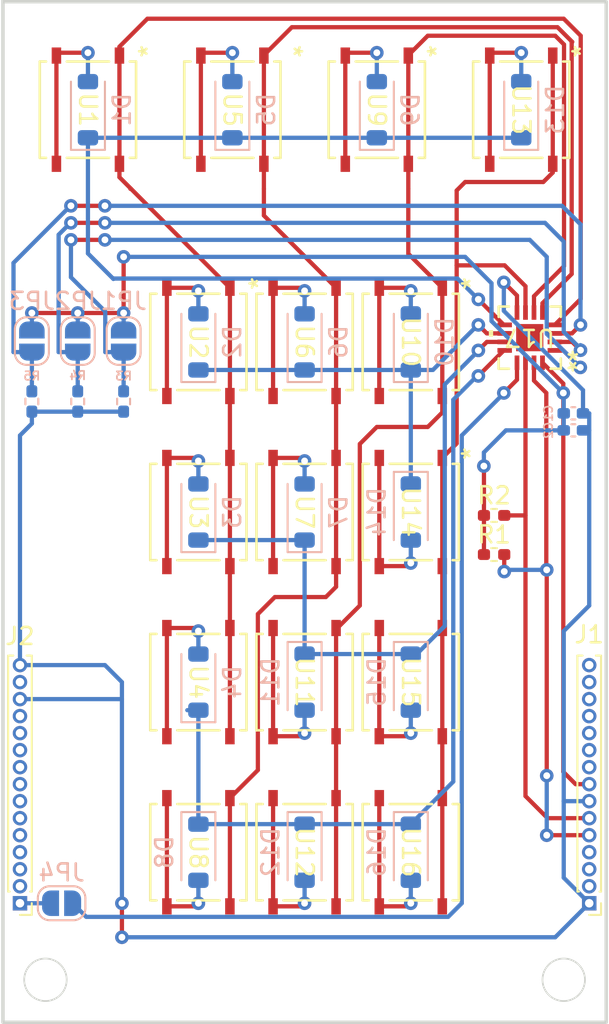
<source format=kicad_pcb>
(kicad_pcb (version 20240108) (generator "pcbnew") (generator_version "8.0")
  (title_block (title "T-TWR Keypad") (rev "V01") (comment 3 "License: CC BY 4.0") (comment 4 "Author: Karl Oelschlaeger"))
  (layers (0 "F.Cu" signal) (31 "B.Cu" signal) (34 "B.Paste" user) (35 "F.Paste" user) (36 "B.SilkS" user "B.Silkscreen") (37 "F.SilkS" user "F.Silkscreen") (38 "B.Mask" user) (39 "F.Mask" user) (44 "Edge.Cuts" user))
  (net 0 "")
  (net 1 "Net-(D1-A)")
  (net 2 "Net-(D2-A)")
  (net 3 "Net-(D3-A)")
  (net 4 "Net-(D4-A)")
  (net 5 "Net-(D8-A)")
  (net 6 "Net-(D9-A)")
  (net 7 "Net-(D10-A)")
  (net 8 "Net-(D11-A)")
  (net 9 "Net-(D12-A)")
  (net 10 "Net-(D13-A)")
  (net 11 "Net-(D14-A)")
  (net 12 "Net-(D15-A)")
  (net 13 "Net-(D16-A)")
  (net 14 "Net-(D5-A)")
  (net 15 "Net-(D6-A)")
  (net 16 "Net-(D7-A)")
  (net 28 "unconnected-(J1-Pin_9-Pad9)")
  (net 33 "+3.3V")
  (net 34 "GND")
  (net 35 "ROW_1")
  (net 36 "ROW_2")
  (net 37 "ROW_3")
  (net 38 "unconnected-(J1-Pin_2-Pad2)")
  (net 41 "/IO Expander/SDA")
  (net 42 "/IO Expander/SCL")
  (net 45 "Net-(J2-Pin_1)")
  (net 47 "/IO Expander/A0")
  (net 48 "/IO Expander/A1")
  (net 49 "/IO Expander/A2")
  (net 50 "/IO Expander/INT")
  (net 51 "COL_0")
  (net 52 "COL_1")
  (net 53 "COL_2")
  (net 54 "COL_3")
  (net 55 "ROW_0")
  (footprint "footprints:PTS526_SK15_SMTR2_LFS" (layer "F.Cu") (at 161.5 70 -90)
    (property "Reference" "U3")
    (property "Value" "PTS526 SK15 SMTR2 LFS" (hide yes))
  )
  (footprint "footprints:PTS526_SK15_SMTR2_LFS" (layer "F.Cu") (at 167.75 90 -90)
    (property "Reference" "U12")
    (property "Value" "PTS526 SK15 SMTR2 LFS" (hide yes))
  )
  (footprint "Resistor_SMD:R_0402_1005Metric_Pad0.72x0.64mm_HandSolder" (layer "F.Cu") (at 178.9025 72.5)
    (property "Reference" "R1")
    (property "Value" "10k" (hide yes))
  )
  (footprint "footprints:PTS526_SK15_SMTR2_LFS" (layer "F.Cu") (at 161.5 90 -90)
    (property "Reference" "U8")
    (property "Value" "PTS526 SK15 SMTR2 LFS" (hide yes))
  )
  (footprint "footprints:PTS526_SK15_SMTR2_LFS" (layer "F.Cu") (at 155 46.34865 -90)
    (property "Reference" "U1")
    (property "Value" "PTS526 SK15 SMTR2 LFS" (hide yes))
  )
  (footprint "footprints:PTS526_SK15_SMTR2_LFS" (layer "F.Cu") (at 174 70 -90)
    (property "Reference" "U14")
    (property "Value" "PTS526 SK15 SMTR2 LFS" (hide yes))
  )
  (footprint "footprints:PTS526_SK15_SMTR2_LFS" (layer "F.Cu") (at 180.5 46.34865 -90)
    (property "Reference" "U13")
    (property "Value" "PTS526 SK15 SMTR2 LFS" (hide yes))
  )
  (footprint "footprints:PTS526_SK15_SMTR2_LFS" (layer "F.Cu") (at 167.75 60 -90)
    (property "Reference" "U6")
    (property "Value" "PTS526 SK15 SMTR2 LFS" (hide yes))
  )
  (footprint "Connector_PinHeader_1.00mm:PinHeader_1x15_P1.00mm_Vertical" (layer "F.Cu") (at 151 93 180)
    (property "Reference" "J2")
    (property "Value" "Conn_01x15" (hide yes))
  )
  (footprint "Connector_PinHeader_1.00mm:PinHeader_1x15_P1.00mm_Vertical" (layer "F.Cu") (at 184.5 93 180)
    (property "Reference" "J1")
    (property "Value" "Conn_01x15" (hide yes))
  )
  (footprint "footprints:PTS526_SK15_SMTR2_LFS" (layer "F.Cu") (at 161.5 80 -90)
    (property "Reference" "U4")
    (property "Value" "PTS526 SK15 SMTR2 LFS" (hide yes))
  )
  (footprint "footprints:PTS526_SK15_SMTR2_LFS" (layer "F.Cu") (at 174 80 -90)
    (property "Reference" "U15")
    (property "Value" "PTS526 SK15 SMTR2 LFS" (hide yes))
  )
  (footprint "footprints:PTS526_SK15_SMTR2_LFS" (layer "F.Cu") (at 167.75 70 -90)
    (property "Reference" "U7")
    (property "Value" "PTS526 SK15 SMTR2 LFS" (hide yes))
  )
  (footprint "Resistor_SMD:R_0402_1005Metric_Pad0.72x0.64mm_HandSolder" (layer "F.Cu") (at 178.9025 70.2)
    (property "Reference" "R2")
    (property "Value" "10k" (hide yes))
  )
  (footprint "footprints:PTS526_SK15_SMTR2_LFS" (layer "F.Cu") (at 163.5 46.34865 -90)
    (property "Reference" "U5")
    (property "Value" "PTS526 SK15 SMTR2 LFS" (hide yes))
  )
  (footprint "footprints:PTS526_SK15_SMTR2_LFS" (layer "F.Cu") (at 172 46.34865 -90)
    (property "Reference" "U9")
    (property "Value" "PTS526 SK15 SMTR2 LFS" (hide yes))
  )
  (footprint "footprints:PTS526_SK15_SMTR2_LFS" (layer "F.Cu") (at 161.5 60 -90)
    (property "Reference" "U2")
    (property "Value" "PTS526 SK15 SMTR2 LFS" (hide yes))
  )
  (footprint "footprints:PTS526_SK15_SMTR2_LFS" (layer "F.Cu") (at 174 90 -90)
    (property "Reference" "U16")
    (property "Value" "PTS526 SK15 SMTR2 LFS" (hide yes))
  )
  (footprint "footprints:PTS526_SK15_SMTR2_LFS" (layer "F.Cu") (at 174 60 -90)
    (property "Reference" "U10")
    (property "Value" "PTS526 SK15 SMTR2 LFS" (hide yes))
  )
  (footprint "footprints:PCF8574RGTR" (layer "F.Cu") (at 181 59.750001 180)
    (property "Reference" "U17")
    (property "Value" "PCF8574DWR" (hide yes))
  )
  (footprint "footprints:PTS526_SK15_SMTR2_LFS" (layer "F.Cu") (at 167.75 80 -90)
    (property "Reference" "U11")
    (property "Value" "PTS526 SK15 SMTR2 LFS" (hide yes))
  )
  (footprint "Jumper:SolderJumper-2_P1.3mm_Open_RoundedPad1.0x1.5mm" (layer "B.Cu") (at 153.45 93 180)
    (property "Reference" "JP4")
    (property "Value" "SolderJumper_2_Open" (hide yes))
  )
  (footprint "Capacitor_SMD:C_0402_1005Metric_Pad0.74x0.62mm_HandSolder" (layer "B.Cu") (at 183.5675 64.2)
    (property "Reference" "C1")
    (property "Value" "10u" (hide yes))
  )
  (footprint "Diode_SMD:D_SOD-123" (layer "B.Cu") (at 161.5 60 90)
    (property "Reference" "D2")
    (property "Value" "1N4148W")
  )
  (footprint "Diode_SMD:D_SOD-123" (layer "B.Cu") (at 167.75 70 90)
    (property "Reference" "D7")
    (property "Value" "1N4148W")
  )
  (footprint "Jumper:SolderJumper-2_P1.3mm_Open_RoundedPad1.0x1.5mm" (layer "B.Cu") (at 151.7 59.95 -90)
    (property "Reference" "JP3")
    (property "Value" "SolderJumper_2_Open" (hide yes))
  )
  (footprint "Diode_SMD:D_SOD-123" (layer "B.Cu") (at 174 80 -90)
    (property "Reference" "D15")
    (property "Value" "1N4148W")
  )
  (footprint "Diode_SMD:D_SOD-123" (layer "B.Cu") (at 167.75 60 90)
    (property "Reference" "D6")
    (property "Value" "1N4148W")
  )
  (footprint "Jumper:SolderJumper-2_P1.3mm_Open_RoundedPad1.0x1.5mm" (layer "B.Cu") (at 157.1 59.95 -90)
    (property "Reference" "JP1")
    (property "Value" "SolderJumper_2_Open" (hide yes))
  )
  (footprint "Capacitor_SMD:C_0402_1005Metric_Pad0.74x0.62mm_HandSolder" (layer "B.Cu") (at 183.5675 65.2)
    (property "Reference" "C2")
    (property "Value" "0.1u" (hide yes))
  )
  (footprint "Diode_SMD:D_SOD-123" (layer "B.Cu") (at 174 90 -90)
    (property "Reference" "D16")
    (property "Value" "1N4148W")
  )
  (footprint "Resistor_SMD:R_0402_1005Metric_Pad0.72x0.64mm_HandSolder" (layer "B.Cu") (at 154.4 63.5025 -90)
    (property "Reference" "R4")
    (property "Value" "10k" (hide yes))
  )
  (footprint "Resistor_SMD:R_0402_1005Metric_Pad0.72x0.64mm_HandSolder" (layer "B.Cu") (at 151.7 63.5025 -90)
    (property "Reference" "R5")
    (property "Value" "10k" (hide yes))
  )
  (footprint "Diode_SMD:D_SOD-123" (layer "B.Cu") (at 174 60 90)
    (property "Reference" "D10")
    (property "Value" "1N4148W")
  )
  (footprint "Diode_SMD:D_SOD-123" (layer "B.Cu") (at 172 46.35 90)
    (property "Reference" "D9")
    (property "Value" "1N4148W")
  )
  (footprint "Diode_SMD:D_SOD-123" (layer "B.Cu") (at 180.5 46.35 90)
    (property "Reference" "D13")
    (property "Value" "1N4148W")
  )
  (footprint "Diode_SMD:D_SOD-123" (layer "B.Cu") (at 155 46.35 90)
    (property "Reference" "D1")
    (property "Value" "1N4148W")
  )
  (footprint "Diode_SMD:D_SOD-123" (layer "B.Cu") (at 161.5 80 90)
    (property "Reference" "D4")
    (property "Value" "1N4148W")
  )
  (footprint "Diode_SMD:D_SOD-123" (layer "B.Cu") (at 161.5 70 90)
    (property "Reference" "D3")
    (property "Value" "1N4148W")
  )
  (footprint "Resistor_SMD:R_0402_1005Metric_Pad0.72x0.64mm_HandSolder" (layer "B.Cu") (at 157.1 63.5025 -90)
    (property "Reference" "R3")
    (property "Value" "10k" (hide yes))
  )
  (footprint "Diode_SMD:D_SOD-123" (layer "B.Cu") (at 167.75 90 -90)
    (property "Reference" "D12")
    (property "Value" "1N4148W")
  )
  (footprint "Jumper:SolderJumper-2_P1.3mm_Open_RoundedPad1.0x1.5mm" (layer "B.Cu") (at 154.4 59.95 -90)
    (property "Reference" "JP2")
    (property "Value" "SolderJumper_2_Open" (hide yes))
  )
  (footprint "Diode_SMD:D_SOD-123" (layer "B.Cu") (at 163.5 46.35 90)
    (property "Reference" "D5")
    (property "Value" "1N4148W")
  )
  (footprint "Diode_SMD:D_SOD-123" (layer "B.Cu") (at 167.75 80 -90)
    (property "Reference" "D11")
    (property "Value" "1N4148W")
  )
  (footprint "Diode_SMD:D_SOD-123" (layer "B.Cu") (at 161.5 90 -90)
    (property "Reference" "D8")
    (property "Value" "1N4148W")
  )
  (footprint "Diode_SMD:D_SOD-123" (layer "B.Cu") (at 174 70 -90)
    (property "Reference" "D14")
    (property "Value" "1N4148W")
  )
  (gr_circle (center 152.5 97.5) (end 153.75 97.5) (stroke (width 0.1)) (fill none) (layer "Edge.Cuts"))
  (gr_rect (start 150 40) (end 185.5 100) (stroke (width 0.2)) (fill none) (layer "Edge.Cuts"))
  (gr_circle (center 183 97.5) (end 184.25 97.5) (stroke (width 0.1)) (fill none) (layer "Edge.Cuts"))
  (segment (start 153.3131 43) (end 153.1458 43.1673) (width 0.25) (layer "F.Cu") (net 1))
  (segment (start 153.1458 49.53) (end 153.1458 43.1673) (width 0.25) (layer "F.Cu") (net 1))
  (segment (start 155 43) (end 153.3131 43) (width 0.25) (layer "F.Cu") (net 1))
  (via (at 155 43) (size 0.8) (drill 0.4) (layers "F.Cu" "B.Cu") (net 1))
  (segment (start 155 44.7) (end 155 43) (width 0.25) (layer "B.Cu") (net 1))
  (segment (start 159.6458 56.81865) (end 159.6458 63.18135) (width 0.25) (layer "F.Cu") (net 2))
  (segment (start 159.6458 56.81865) (end 161.31865 56.81865) (width 0.25) (layer "F.Cu") (net 2))
  (segment (start 161.31865 56.81865) (end 161.5 57) (width 0.25) (layer "F.Cu") (net 2))
  (via (at 161.5 57) (size 0.8) (drill 0.4) (layers "F.Cu" "B.Cu") (net 2))
  (segment (start 161.5 58.35) (end 161.5 57) (width 0.25) (layer "B.Cu") (net 2))
  (segment (start 159.6458 66.81865) (end 159.6458 73.18135) (width 0.25) (layer "F.Cu") (net 3))
  (segment (start 161.31865 66.81865) (end 161.5 67) (width 0.25) (layer "F.Cu") (net 3))
  (segment (start 159.6458 66.81865) (end 161.31865 66.81865) (width 0.25) (layer "F.Cu") (net 3))
  (via (at 161.5 67) (size 0.8) (drill 0.4) (layers "F.Cu" "B.Cu") (net 3))
  (segment (start 161.5 68.35) (end 161.35 68.35) (width 0.25) (layer "B.Cu") (net 3))
  (segment (start 161.5 68.35) (end 161.5 67) (width 0.25) (layer "B.Cu") (net 3))
  (segment (start 159.6458 76.81865) (end 161.31865 76.81865) (width 0.25) (layer "F.Cu") (net 4))
  (segment (start 159.6458 76.81865) (end 159.6458 83.18135) (width 0.25) (layer "F.Cu") (net 4))
  (segment (start 161.31865 76.81865) (end 161.5 77) (width 0.25) (layer "F.Cu") (net 4))
  (via (at 161.5 77) (size 0.8) (drill 0.4) (layers "F.Cu" "B.Cu") (net 4))
  (segment (start 161.5 78.35) (end 161.5 77) (width 0.25) (layer "B.Cu") (net 4))
  (segment (start 159.6458 86.81865) (end 159.6458 93.18135) (width 0.25) (layer "F.Cu") (net 5))
  (segment (start 159.6458 93.18135) (end 161.31865 93.18135) (width 0.25) (layer "F.Cu") (net 5))
  (segment (start 161.31865 93.18135) (end 161.5 93) (width 0.25) (layer "F.Cu") (net 5))
  (via (at 161.5 93) (size 0.8) (drill 0.4) (layers "F.Cu" "B.Cu") (net 5))
  (segment (start 161.5 91.65) (end 161.5 93) (width 0.25) (layer "B.Cu") (net 5))
  (segment (start 161.15 91.65) (end 161.5 91.65) (width 0.25) (layer "B.Cu") (net 5))
  (segment (start 170.1458 49.53) (end 170.1458 43.1673) (width 0.25) (layer "F.Cu") (net 6))
  (segment (start 172 43) (end 170.3131 43) (width 0.25) (layer "F.Cu") (net 6))
  (segment (start 170.3131 43) (end 170.1458 43.1673) (width 0.25) (layer "F.Cu") (net 6))
  (via (at 172 43) (size 0.8) (drill 0.4) (layers "F.Cu" "B.Cu") (net 6))
  (segment (start 172 44.7) (end 172 43) (width 0.25) (layer "B.Cu") (net 6))
  (segment (start 172.1458 56.81865) (end 173.81865 56.81865) (width 0.25) (layer "F.Cu") (net 7))
  (segment (start 173.81865 56.81865) (end 174 57) (width 0.25) (layer "F.Cu") (net 7))
  (segment (start 172.1458 56.81865) (end 172.1458 63.18135) (width 0.25) (layer "F.Cu") (net 7))
  (via (at 174 57) (size 0.8) (drill 0.4) (layers "F.Cu" "B.Cu") (net 7))
  (segment (start 174 58.35) (end 174 57) (width 0.25) (layer "B.Cu") (net 7))
  (segment (start 165.8958 76.81865) (end 165.8958 83.18135) (width 0.25) (layer "F.Cu") (net 8))
  (segment (start 165.8958 83.18135) (end 167.56865 83.18135) (width 0.25) (layer "F.Cu") (net 8))
  (segment (start 167.56865 83.18135) (end 167.75 83) (width 0.25) (layer "F.Cu") (net 8))
  (via (at 167.75 83) (size 0.8) (drill 0.4) (layers "F.Cu" "B.Cu") (net 8))
  (segment (start 167.75 81.65) (end 167.75 83) (width 0.25) (layer "B.Cu") (net 8))
  (segment (start 167.56865 93.18135) (end 167.75 93) (width 0.25) (layer "F.Cu") (net 9))
  (segment (start 165.8958 86.81865) (end 165.8958 93.18135) (width 0.25) (layer "F.Cu") (net 9))
  (segment (start 165.8958 93.18135) (end 167.56865 93.18135) (width 0.25) (layer "F.Cu") (net 9))
  (via (at 167.75 93) (size 0.8) (drill 0.4) (layers "F.Cu" "B.Cu") (net 9))
  (segment (start 167.75 91.65) (end 167.75 93) (width 0.25) (layer "B.Cu") (net 9))
  (segment (start 178.8131 43) (end 178.6458 43.1673) (width 0.25) (layer "F.Cu") (net 10))
  (segment (start 180.5 43) (end 178.8131 43) (width 0.25) (layer "F.Cu") (net 10))
  (segment (start 178.6458 49.53) (end 178.6458 43.1673) (width 0.25) (layer "F.Cu") (net 10))
  (via (at 180.5 43) (size 0.8) (drill 0.4) (layers "F.Cu" "B.Cu") (net 10))
  (segment (start 180.5 44.7) (end 180.5 43) (width 0.25) (layer "B.Cu") (net 10))
  (segment (start 172.1458 66.81865) (end 172.1458 73.18135) (width 0.25) (layer "F.Cu") (net 11))
  (segment (start 172.1458 73.18135) (end 173.81865 73.18135) (width 0.25) (layer "F.Cu") (net 11))
  (segment (start 173.81865 73.18135) (end 174 73) (width 0.25) (layer "F.Cu") (net 11))
  (via (at 174 73) (size 0.8) (drill 0.4) (layers "F.Cu" "B.Cu") (net 11))
  (segment (start 174 71.65) (end 174 73) (width 0.25) (layer "B.Cu") (net 11))
  (segment (start 173.81865 83.18135) (end 174 83) (width 0.25) (layer "F.Cu") (net 12))
  (segment (start 172.1458 76.81865) (end 172.1458 83.18135) (width 0.25) (layer "F.Cu") (net 12))
  (segment (start 172.1458 83.18135) (end 173.81865 83.18135) (width 0.25) (layer "F.Cu") (net 12))
  (via (at 174 83) (size 0.8) (drill 0.4) (layers "F.Cu" "B.Cu") (net 12))
  (segment (start 174 81.65) (end 174 83) (width 0.25) (layer "B.Cu") (net 12))
  (segment (start 172.1458 93.18135) (end 173.81865 93.18135) (width 0.25) (layer "F.Cu") (net 13))
  (segment (start 172.1458 86.81865) (end 172.1458 93.18135) (width 0.25) (layer "F.Cu") (net 13))
  (segment (start 173.81865 93.18135) (end 174 93) (width 0.25) (layer "F.Cu") (net 13))
  (via (at 174 93) (size 0.8) (drill 0.4) (layers "F.Cu" "B.Cu") (net 13))
  (segment (start 174 91.65) (end 174 93) (width 0.25) (layer "B.Cu") (net 13))
  (segment (start 163.5 43) (end 161.8131 43) (width 0.25) (layer "F.Cu") (net 14))
  (segment (start 161.8131 43) (end 161.6458 43.1673) (width 0.25) (layer "F.Cu") (net 14))
  (segment (start 161.6458 49.53) (end 161.6458 43.1673) (width 0.25) (layer "F.Cu") (net 14))
  (via (at 163.5 43) (size 0.8) (drill 0.4) (layers "F.Cu" "B.Cu") (net 14))
  (segment (start 163.5 44.7) (end 163.5 43) (width 0.25) (layer "B.Cu") (net 14))
  (segment (start 167.56865 56.81865) (end 167.75 57) (width 0.25) (layer "F.Cu") (net 15))
  (segment (start 165.8958 56.81865) (end 165.8958 63.18135) (width 0.25) (layer "F.Cu") (net 15))
  (segment (start 165.8958 56.81865) (end 167.56865 56.81865) (width 0.25) (layer "F.Cu") (net 15))
  (via (at 167.75 57) (size 0.8) (drill 0.4) (layers "F.Cu" "B.Cu") (net 15))
  (segment (start 167.75 58.35) (end 167.75 57) (width 0.25) (layer "B.Cu") (net 15))
  (segment (start 165.8958 66.81865) (end 167.56865 66.81865) (width 0.25) (layer "F.Cu") (net 16))
  (segment (start 167.56865 66.81865) (end 167.75 67) (width 0.25) (layer "F.Cu") (net 16))
  (segment (start 165.8958 66.81865) (end 165.8958 73.18135) (width 0.25) (layer "F.Cu") (net 16))
  (via (at 167.75 67) (size 0.8) (drill 0.4) (layers "F.Cu" "B.Cu") (net 16))
  (segment (start 167.75 68.35) (end 167.75 67) (width 0.25) (layer "B.Cu") (net 16))
  (segment (start 184.4 85) (end 184.5 85) (width 0.25) (layer "F.Cu") (net 28))
  (segment (start 182.975001 85.275001) (end 182.975001 63) (width 0.25) (layer "F.Cu") (net 33))
  (segment (start 178.3 67.3) (end 178.5025 67.0975) (width 0.25) (layer "F.Cu") (net 33))
  (segment (start 157.1 58.3) (end 157.1 55) (width 0.25) (layer "F.Cu") (net 33))
  (segment (start 178.305 70.2) (end 178.305 72.5) (width 0.25) (layer "F.Cu") (net 33))
  (segment (start 157.1 58.3) (end 154.4 58.3) (width 0.25) (layer "F.Cu") (net 33))
  (segment (start 182.975001 62.449814) (end 181.750189 61.225002) (width 0.25) (layer "F.Cu") (net 33))
  (segment (start 184.5 86) (end 183.7 86) (width 0.25) (layer "F.Cu") (net 33))
  (segment (start 178.305 70.2) (end 178.305 67.305) (width 0.25) (layer "F.Cu") (net 33))
  (segment (start 178.305 67.305) (end 178.3 67.3) (width 0.25) (layer "F.Cu") (net 33))
  (segment (start 154.4 58.3) (end 151.7 58.3) (width 0.25) (layer "F.Cu") (net 33))
  (segment (start 182.975001 63) (end 182.975001 62.449814) (width 0.25) (layer "F.Cu") (net 33))
  (segment (start 183.7 86) (end 182.975001 85.275001) (width 0.25) (layer "F.Cu") (net 33))
  (via (at 157.1 55) (size 0.8) (drill 0.4) (layers "F.Cu" "B.Cu") (net 33))
  (via (at 178.3 67.3) (size 0.8) (drill 0.4) (layers "F.Cu" "B.Cu") (net 33))
  (via (at 151.7 58.3) (size 0.8) (drill 0.4) (layers "F.Cu" "B.Cu") (net 33))
  (via (at 182.975001 63) (size 0.8) (drill 0.4) (layers "F.Cu" "B.Cu") (net 33))
  (via (at 154.4 58.3) (size 0.8) (drill 0.4) (layers "F.Cu" "B.Cu") (net 33))
  (via (at 157.1 58.3) (size 0.8) (drill 0.4) (layers "F.Cu" "B.Cu") (net 33))
  (segment (start 179.6 65.2) (end 183 65.2) (width 0.25) (layer "B.Cu") (net 33))
  (segment (start 157.1 55) (end 177.2 55) (width 0.25) (layer "B.Cu") (net 33))
  (segment (start 183 63.024999) (end 182.975001 63) (width 0.25) (layer "B.Cu") (net 33))
  (segment (start 154.4 59.3) (end 154.4 58.3) (width 0.25) (layer "B.Cu") (net 33))
  (segment (start 178.3 66.5) (end 179.6 65.2) (width 0.25) (layer "B.Cu") (net 33))
  (segment (start 177.2 55) (end 178.750001 56.550001) (width 0.25) (layer "B.Cu") (net 33))
  (segment (start 157.1 59.3) (end 157.1 58.3) (width 0.25) (layer "B.Cu") (net 33))
  (segment (start 178.750001 56.550001) (end 178.750001 58.775) (width 0.25) (layer "B.Cu") (net 33))
  (segment (start 183 65.2) (end 183 64.2) (width 0.25) (layer "B.Cu") (net 33))
  (segment (start 178.3 67.3) (end 178.3 66.5) (width 0.25) (layer "B.Cu") (net 33))
  (segment (start 178.750001 58.775) (end 182.975001 63) (width 0.25) (layer "B.Cu") (net 33))
  (segment (start 151.7 59.3) (end 151.7 58.3) (width 0.25) (layer "B.Cu") (net 33))
  (segment (start 183 64.2) (end 183 63.024999) (width 0.25) (layer "B.Cu") (net 33))
  (segment (start 180.249811 58.275) (end 180.249811 57.27481) (width 0.25) (layer "F.Cu") (net 34))
  (segment (start 157 95) (end 157 93) (width 0.25) (layer "F.Cu") (net 34))
  (segment (start 180.249811 57.27481) (end 179.475001 56.5) (width 0.25) (layer "F.Cu") (net 34))
  (via (at 157 93) (size 0.8) (drill 0.4) (layers "F.Cu" "B.Cu") (net 34))
  (via (at 157 95) (size 0.8) (drill 0.4) (layers "F.Cu" "B.Cu") (net 34))
  (via (at 179.475001 56.5) (size 0.8) (drill 0.4) (layers "F.Cu" "B.Cu") (net 34))
  (segment (start 151.7 64.8) (end 151 65.5) (width 0.25) (layer "B.Cu") (net 34))
  (segment (start 151 81) (end 157 81) (width 0.25) (layer "B.Cu") (net 34))
  (segment (start 184.5 75.5) (end 183 77) (width 0.25) (layer "B.Cu") (net 34))
  (segment (start 151 65.5) (end 151 79) (width 0.25) (layer "B.Cu") (net 34))
  (segment (start 184.135 65.2) (end 184.5 65.2) (width 0.25) (layer "B.Cu") (net 34))
  (segment (start 183 87) (end 183 91.5) (width 0.25) (layer "B.Cu") (net 34))
  (segment (start 182.5 95) (end 157 95) (width 0.25) (layer "B.Cu") (net 34))
  (segment (start 184.135 62.835) (end 179.475001 58.175001) (width 0.25) (layer "B.Cu") (net 34))
  (segment (start 157 81) (end 157 80) (width 0.25) (layer "B.Cu") (net 34))
  (segment (start 184.5 65.2) (end 184.5 75.5) (width 0.25) (layer "B.Cu") (net 34))
  (segment (start 157 93) (end 157 81) (width 0.25) (layer "B.Cu") (net 34))
  (segment (start 154.4 64.1) (end 151.7 64.1) (width 0.25) (layer "B.Cu") (net 34))
  (segment (start 184.5 93) (end 182.5 95) (width 0.25) (layer "B.Cu") (net 34))
  (segment (start 183 77) (end 183 87) (width 0.25) (layer "B.Cu") (net 34))
  (segment (start 157 80) (end 156 79) (width 0.25) (layer "B.Cu") (net 34))
  (segment (start 151.7 64.1) (end 151.7 64.8) (width 0.25) (layer "B.Cu") (net 34))
  (segment (start 184.5 87) (end 183 87) (width 0.25) (layer "B.Cu") (net 34))
  (segment (start 184.135 64.2) (end 184.135 62.835) (width 0.25) (layer "B.Cu") (net 34))
  (segment (start 179.475001 58.175001) (end 179.475001 56.5) (width 0.25) (layer "B.Cu") (net 34))
  (segment (start 184.135 64.2) (end 184.5 64.2) (width 0.25) (layer "B.Cu") (net 34))
  (segment (start 184.5 65.2) (end 184.5 64.2) (width 0.25) (layer "B.Cu") (net 34))
  (segment (start 157.1 64.1) (end 154.4 64.1) (width 0.25) (layer "B.Cu") (net 34))
  (segment (start 183 91.5) (end 184.5 93) (width 0.25) (layer "B.Cu") (net 34))
  (segment (start 156 79) (end 151 79) (width 0.25) (layer "B.Cu") (net 34))
  (segment (start 179.524999 59.500001) (end 178.475002 59.500001) (width 0.25) (layer "F.Cu") (net 35))
  (segment (start 178.475002 59.500001) (end 177.975001 59) (width 0.25) (layer "F.Cu") (net 35))
  (via (at 177.975001 59) (size 0.8) (drill 0.4) (layers "F.Cu" "B.Cu") (net 35))
  (segment (start 174 61.65) (end 167.75 61.65) (width 0.25) (layer "B.Cu") (net 35))
  (segment (start 174 61.65) (end 175.1 61.65) (width 0.25) (layer "B.Cu") (net 35))
  (segment (start 175.3 61.65) (end 175.1 61.65) (width 0.25) (layer "B.Cu") (net 35))
  (segment (start 167.75 61.65) (end 161.5 61.65) (width 0.25) (layer "B.Cu") (net 35))
  (segment (start 177.95 59) (end 175.3 61.65) (width 0.25) (layer "B.Cu") (net 35))
  (segment (start 177.975001 59) (end 177.95 59) (width 0.25) (layer "B.Cu") (net 35))
  (segment (start 174 68.35) (end 174 61.65) (width 0.25) (layer "B.Cu") (net 35))
  (segment (start 179.524999 60.000001) (end 178.475 60.000001) (width 0.25) (layer "F.Cu") (net 36))
  (segment (start 178.475 60.000001) (end 177.975001 60.5) (width 0.25) (layer "F.Cu") (net 36))
  (via (at 177.975001 60.5) (size 0.8) (drill 0.4) (layers "F.Cu" "B.Cu") (net 36))
  (segment (start 176 62.5) (end 176 76.7) (width 0.25) (layer "B.Cu") (net 36))
  (segment (start 177.975001 60.524999) (end 176 62.5) (width 0.25) (layer "B.Cu") (net 36))
  (segment (start 167.75 71.65) (end 161.5 71.65) (width 0.25) (layer "B.Cu") (net 36))
  (segment (start 177.975001 60.5) (end 177.975001 60.524999) (width 0.25) (layer "B.Cu") (net 36))
  (segment (start 167.75 71.65) (end 167.75 78.35) (width 0.25) (layer "B.Cu") (net 36))
  (segment (start 174.35 78.35) (end 174 78.35) (width 0.25) (layer "B.Cu") (net 36))
  (segment (start 167.75 78.35) (end 174 78.35) (width 0.25) (layer "B.Cu") (net 36))
  (segment (start 176 76.7) (end 174.35 78.35) (width 0.25) (layer "B.Cu") (net 36))
  (segment (start 179.474999 60.500002) (end 177.975001 62) (width 0.25) (layer "F.Cu") (net 37))
  (segment (start 179.524999 60.500002) (end 179.474999 60.500002) (width 0.25) (layer "F.Cu") (net 37))
  (via (at 177.975001 62) (size 0.8) (drill 0.4) (layers "F.Cu" "B.Cu") (net 37))
  (segment (start 161.5 88.35) (end 167.75 88.35) (width 0.25) (layer "B.Cu") (net 37))
  (segment (start 177.9 62) (end 176.5 63.4) (width 0.25) (layer "B.Cu") (net 37))
  (segment (start 161.5 81.65) (end 161.5 88.35) (width 0.25) (layer "B.Cu") (net 37))
  (segment (start 176.5 63.4) (end 176.5 85.85) (width 0.25) (layer "B.Cu") (net 37))
  (segment (start 167.75 88.35) (end 174 88.35) (width 0.25) (layer "B.Cu") (net 37))
  (segment (start 177.975001 62) (end 177.9 62) (width 0.25) (layer "B.Cu") (net 37))
  (segment (start 161.5 81.65) (end 160.85 81.65) (width 0.25) (layer "B.Cu") (net 37))
  (segment (start 176.5 85.85) (end 174 88.35) (width 0.25) (layer "B.Cu") (net 37))
  (segment (start 184.5 92) (end 184.439339 92) (width 0.25) (layer "B.Cu") (net 38))
  (segment (start 181.975001 63) (end 181.975001 73.375001) (width 0.25) (layer "F.Cu") (net 41))
  (segment (start 182 89) (end 184.5 89) (width 0.25) (layer "F.Cu") (net 41))
  (segment (start 179.5 72.5) (end 179.5 73.5) (width 0.25) (layer "F.Cu") (net 41))
  (segment (start 182 85.5) (end 182 73.4) (width 0.25) (layer "F.Cu") (net 41))
  (segment (start 181.975001 73.375001) (end 182 73.4) (width 0.25) (layer "F.Cu") (net 41))
  (segment (start 181.250063 62.275062) (end 181.250063 61.225002) (width 0.25) (layer "F.Cu") (net 41))
  (segment (start 181.975001 63) (end 181.250063 62.275062) (width 0.25) (layer "F.Cu") (net 41))
  (via (at 182 73.4) (size 0.8) (drill 0.4) (layers "F.Cu" "B.Cu") (net 41))
  (via (at 179.5 73.5) (size 0.8) (drill 0.4) (layers "F.Cu" "B.Cu") (net 41))
  (via (at 182 85.5) (size 0.8) (drill 0.4) (layers "F.Cu" "B.Cu") (net 41))
  (via (at 182 89) (size 0.8) (drill 0.4) (layers "F.Cu" "B.Cu") (net 41))
  (segment (start 179.6 73.4) (end 179.5 73.5) (width 0.25) (layer "B.Cu") (net 41))
  (segment (start 182 73.4) (end 179.6 73.4) (width 0.25) (layer "B.Cu") (net 41))
  (segment (start 182 89) (end 182 85.5) (width 0.25) (layer "B.Cu") (net 41))
  (segment (start 184.5 88) (end 182.049937 88) (width 0.25) (layer "F.Cu") (net 42))
  (segment (start 180.749937 70.2) (end 180.749937 86.7) (width 0.25) (layer "F.Cu") (net 42))
  (segment (start 179.5 70.2) (end 180.749937 70.2) (width 0.25) (layer "F.Cu") (net 42))
  (segment (start 180.749937 61.225002) (end 180.749937 70.2) (width 0.25) (layer "F.Cu") (net 42))
  (segment (start 182.049937 88) (end 180.749937 86.7) (width 0.25) (layer "F.Cu") (net 42))
  (segment (start 152.8 93) (end 151 93) (width 0.25) (layer "B.Cu") (net 45))
  (segment (start 156 54) (end 154 54) (width 0.25) (layer "F.Cu") (net 47))
  (segment (start 182.975003 60.500002) (end 182.475001 60.500002) (width 0.25) (layer "F.Cu") (net 47))
  (segment (start 183.975001 61.5) (end 182.975003 60.500002) (width 0.25) (layer "F.Cu") (net 47))
  (via (at 154 54) (size 0.8) (drill 0.4) (layers "F.Cu" "B.Cu") (net 47))
  (via (at 183.975001 61.5) (size 0.8) (drill 0.4) (layers "F.Cu" "B.Cu") (net 47))
  (via (at 156 54) (size 0.8) (drill 0.4) (layers "F.Cu" "B.Cu") (net 47))
  (segment (start 154 56.2) (end 156.02 58.22) (width 0.25) (layer "B.Cu") (net 47))
  (segment (start 157.1 63.0025) (end 157.1 60.6) (width 0.25) (layer "B.Cu") (net 47))
  (segment (start 182 59.524999) (end 182 55) (width 0.25) (layer "B.Cu") (net 47))
  (segment (start 154 54) (end 154 56.2) (width 0.25) (layer "B.Cu") (net 47))
  (segment (start 182 55) (end 181 54) (width 0.25) (layer "B.Cu") (net 47))
  (segment (start 156.02 58.22) (end 156.02 60.6) (width 0.25) (layer "B.Cu") (net 47))
  (segment (start 157.1 60.6) (end 156.02 60.6) (width 0.25) (layer "B.Cu") (net 47))
  (segment (start 181 54) (end 156 54) (width 0.25) (layer "B.Cu") (net 47))
  (segment (start 183.975001 61.5) (end 182 59.524999) (width 0.25) (layer "B.Cu") (net 47))
  (segment (start 183.987654 60.487347) (end 183.500308 60.000001) (width 0.25) (layer "F.Cu") (net 48))
  (segment (start 183.500308 60.000001) (end 182.475001 60.000001) (width 0.25) (layer "F.Cu") (net 48))
  (segment (start 156 53) (end 154 53) (width 0.25) (layer "F.Cu") (net 48))
  (via (at 154 53) (size 0.8) (drill 0.4) (layers "F.Cu" "B.Cu") (net 48))
  (via (at 183.987654 60.487347) (size 0.8) (drill 0.4) (layers "F.Cu" "B.Cu") (net 48))
  (via (at 156 53) (size 0.8) (drill 0.4) (layers "F.Cu" "B.Cu") (net 48))
  (segment (start 183.987654 60.487347) (end 183.987654 60.4) (width 0.25) (layer "B.Cu") (net 48))
  (segment (start 183.987654 60.4) (end 183 59.412346) (width 0.25) (layer "B.Cu") (net 48))
  (segment (start 154.4 63.005) (end 154.4 60.6) (width 0.25) (layer "B.Cu") (net 48))
  (segment (start 153.974695 53) (end 153.275 53.699695) (width 0.25) (layer "B.Cu") (net 48))
  (segment (start 183.987654 60.187654) (end 183.987654 60.487347) (width 0.25) (layer "B.Cu") (net 48))
  (segment (start 154 53) (end 153.974695 53) (width 0.25) (layer "B.Cu") (net 48))
  (segment (start 183 54.1) (end 181.9 53) (width 0.25) (layer "B.Cu") (net 48))
  (segment (start 181.9 53) (end 156 53) (width 0.25) (layer "B.Cu") (net 48))
  (segment (start 153.275 53.699695) (end 153.275 60.6) (width 0.25) (layer "B.Cu") (net 48))
  (segment (start 154.4 60.6) (end 153.275 60.6) (width 0.25) (layer "B.Cu") (net 48))
  (segment (start 183 59.412346) (end 183 54.1) (width 0.25) (layer "B.Cu") (net 48))
  (segment (start 183.487653 59.500001) (end 182.475001 59.500001) (width 0.25) (layer "F.Cu") (net 49))
  (segment (start 156 52) (end 154 52) (width 0.25) (layer "F.Cu") (net 49))
  (segment (start 183.987654 59) (end 183.487653 59.500001) (width 0.25) (layer "F.Cu") (net 49))
  (via (at 183.987654 59) (size 0.8) (drill 0.4) (layers "F.Cu" "B.Cu") (net 49))
  (via (at 156 52) (size 0.8) (drill 0.4) (layers "F.Cu" "B.Cu") (net 49))
  (via (at 154 52) (size 0.8) (drill 0.4) (layers "F.Cu" "B.Cu") (net 49))
  (segment (start 153.974695 52) (end 150.62 55.354695) (width 0.25) (layer "B.Cu") (net 49))
  (segment (start 183.987654 53.112346) (end 183.987654 59) (width 0.25) (layer "B.Cu") (net 49))
  (segment (start 150.62 55.354695) (end 150.62 60.6) (width 0.25) (layer "B.Cu") (net 49))
  (segment (start 156 52) (end 182.9 52) (width 0.25) (layer "B.Cu") (net 49))
  (segment (start 182.9 52) (end 184 53.1) (width 0.25) (layer "B.Cu") (net 49))
  (segment (start 151.7 62.905) (end 151.7 60.6) (width 0.25) (layer "B.Cu") (net 49))
  (segment (start 184 53.1) (end 183.987654 53.112346) (width 0.25) (layer "B.Cu") (net 49))
  (segment (start 154 52) (end 153.974695 52) (width 0.25) (layer "B.Cu") (net 49))
  (segment (start 151.7 60.6) (end 150.62 60.6) (width 0.25) (layer "B.Cu") (net 49))
  (segment (start 180.249811 61.225002) (end 180.249811 62.22519) (width 0.25) (layer "F.Cu") (net 50))
  (segment (start 180.249811 62.22519) (end 179.475001 63) (width 0.25) (layer "F.Cu") (net 50))
  (via (at 179.475001 63) (size 0.8) (drill 0.4) (layers "F.Cu" "B.Cu") (net 50))
  (segment (start 177 65.5) (end 179.475001 63.024999) (width 0.25) (layer "B.Cu") (net 50))
  (segment (start 177 93) (end 177 65.5) (width 0.25) (layer "B.Cu") (net 50))
  (segment (start 154.9 93.8) (end 176.2 93.8) (width 0.25) (layer "B.Cu") (net 50))
  (segment (start 154.1 93) (end 154.9 93.8) (width 0.25) (layer "B.Cu") (net 50))
  (segment (start 176.2 93.8) (end 177 93) (width 0.25) (layer "B.Cu") (net 50))
  (segment (start 179.475001 63.024999) (end 179.475001 63) (width 0.25) (layer "B.Cu") (net 50))
  (segment (start 184 57.475001) (end 184 42) (width 0.25) (layer "F.Cu") (net 51))
  (segment (start 163.3542 56.81865) (end 163.3542 63.18135) (width 0.25) (layer "F.Cu") (net 51))
  (segment (start 163.3542 66.81865) (end 163.3542 73.18135) (width 0.25) (layer "F.Cu") (net 51))
  (segment (start 183 41) (end 158.5 41) (width 0.25) (layer "F.Cu") (net 51))
  (segment (start 163.3542 63.18135) (end 163.3542 66.81865) (width 0.25) (layer "F.Cu") (net 51))
  (segment (start 157.5 50.96445) (end 156.8542 50.31865) (width 0.25) (layer "F.Cu") (net 51))
  (segment (start 163.3542 73.18135) (end 163.3542 76.81865) (width 0.25) (layer "F.Cu") (net 51))
  (segment (start 163.3542 76.81865) (end 163.3542 83.18135) (width 0.25) (layer "F.Cu") (net 51))
  (segment (start 156.8542 43.1673) (end 156.8542 49.53) (width 0.25) (layer "F.Cu") (net 51))
  (segment (start 184 42) (end 183 41) (width 0.25) (layer "F.Cu") (net 51))
  (segment (start 158.5 41) (end 156.8542 42.6458) (width 0.25) (layer "F.Cu") (net 51))
  (segment (start 156.8542 50.31865) (end 156.8542 49.53) (width 0.25) (layer "F.Cu") (net 51))
  (segment (start 157.5 51) (end 157.53555 51) (width 0.25) (layer "F.Cu") (net 51))
  (segment (start 157.53555 51) (end 163.3542 56.81865) (width 0.25) (layer "F.Cu") (net 51))
  (segment (start 182.475001 59) (end 184 57.475001) (width 0.25) (layer "F.Cu") (net 51))
  (segment (start 157.5 51) (end 157.5 50.96445) (width 0.25) (layer "F.Cu") (net 51))
  (segment (start 156.8542 42.6458) (end 156.8542 43.1673) (width 0.25) (layer "F.Cu") (net 51))
  (segment (start 181.750189 57.724812) (end 183.468198 56.006803) (width 0.25) (layer "F.Cu") (net 52))
  (segment (start 169.6042 56.81865) (end 169.6042 63.18135) (width 0.25) (layer "F.Cu") (net 52))
  (segment (start 169.6042 66.81865) (end 169.6042 73.18135) (width 0.25) (layer "F.Cu") (net 52))
  (segment (start 165.3542 51) (end 165.3542 52.56865) (width 0.25) (layer "F.Cu") (net 52))
  (segment (start 166 75) (end 165 76) (width 0.25) (layer "F.Cu") (net 52))
  (segment (start 169 75) (end 166 75) (width 0.25) (layer "F.Cu") (net 52))
  (segment (start 169.6042 63.18135) (end 169.6042 66.81865) (width 0.25) (layer "F.Cu") (net 52))
  (segment (start 183.468198 56.006803) (end 183.468198 42.395406) (width 0.25) (layer "F.Cu") (net 52))
  (segment (start 165.3542 51) (end 165.3542 49.53) (width 0.25) (layer "F.Cu") (net 52))
  (segment (start 165.3542 43.1458) (end 165.3542 43.1673) (width 0.25) (layer "F.Cu") (net 52))
  (segment (start 165.3542 43.1673) (end 165.3542 49.53) (width 0.25) (layer "F.Cu") (net 52))
  (segment (start 163.3542 86.81865) (end 163.3542 93.18135) (width 0.25) (layer "F.Cu") (net 52))
  (segment (start 165 85.17285) (end 163.3542 86.81865) (width 0.25) (layer "F.Cu") (net 52))
  (segment (start 182.636396 41.5) (end 167 41.5) (width 0.25) (layer "F.Cu") (net 52))
  (segment (start 169.6042 73.18135) (end 169.6042 74.3958) (width 0.25) (layer "F.Cu") (net 52))
  (segment (start 183.5 42.363604) (end 182.636396 41.5) (width 0.25) (layer "F.Cu") (net 52))
  (segment (start 181.750189 58.275) (end 181.750189 57.724812) (width 0.25) (layer "F.Cu") (net 52))
  (segment (start 169.6042 74.3958) (end 169 75) (width 0.25) (layer "F.Cu") (net 52))
  (segment (start 165.3542 52.56865) (end 169.6042 56.81865) (width 0.25) (layer "F.Cu") (net 52))
  (segment (start 167 41.5) (end 165.3542 43.1458) (width 0.25) (layer "F.Cu") (net 52))
  (segment (start 183.468198 42.395406) (end 183.5 42.363604) (width 0.25) (layer "F.Cu") (net 52))
  (segment (start 165 76) (end 165 85.17285) (width 0.25) (layer "F.Cu") (net 52))
  (segment (start 171 66) (end 171 75.5) (width 0.25) (layer "F.Cu") (net 53))
  (segment (start 169.6042 83.18135) (end 169.6042 86.81865) (width 0.25) (layer "F.Cu") (net 53))
  (segment (start 169.6042 76.81865) (end 169.6042 83.18135) (width 0.25) (layer "F.Cu") (net 53))
  (segment (start 181.250063 57.31348) (end 183.018198 55.545345) (width 0.25) (layer "F.Cu") (net 53))
  (segment (start 175.8542 64.1458) (end 175 65) (width 0.25) (layer "F.Cu") (net 53))
  (segment (start 175.8542 63.18135) (end 175.8542 64.1458) (width 0.25) (layer "F.Cu") (net 53))
  (segment (start 173.8542 51) (end 173.8542 49.53) (width 0.25) (layer "F.Cu") (net 53))
  (segment (start 183.018198 42.518198) (end 182.5 42) (width 0.25) (layer "F.Cu") (net 53))
  (segment (start 175.8542 56.81865) (end 175.8542 63.18135) (width 0.25) (layer "F.Cu") (net 53))
  (segment (start 175 42) (end 173.8542 43.1458) (width 0.25) (layer "F.Cu") (net 53))
  (segment (start 173.8542 54.81865) (end 175.8542 56.81865) (width 0.25) (layer "F.Cu") (net 53))
  (segment (start 173.8542 51) (end 173.8542 54.81865) (width 0.25) (layer "F.Cu") (net 53))
  (segment (start 175 65) (end 172 65) (width 0.25) (layer "F.Cu") (net 53))
  (segment (start 183.018198 55.545345) (end 183.018198 42.518198) (width 0.25) (layer "F.Cu") (net 53))
  (segment (start 173.8542 43.1673) (end 173.8542 49.53) (width 0.25) (layer "F.Cu") (net 53))
  (segment (start 171 75.5) (end 169.68135 76.81865) (width 0.25) (layer "F.Cu") (net 53))
  (segment (start 181.250063 58.275) (end 181.250063 57.31348) (width 0.25) (layer "F.Cu") (net 53))
  (segment (start 169.68135 76.81865) (end 169.6042 76.81865) (width 0.25) (layer "F.Cu") (net 53))
  (segment (start 172 65) (end 171 66) (width 0.25) (layer "F.Cu") (net 53))
  (segment (start 169.6042 86.81865) (end 169.6042 93.18135) (width 0.25) (layer "F.Cu") (net 53))
  (segment (start 182.5 42) (end 175 42) (width 0.25) (layer "F.Cu") (net 53))
  (segment (start 173.8542 43.1458) (end 173.8542 43.1673) (width 0.25) (layer "F.Cu") (net 53))
  (segment (start 176.7 65.97285) (end 175.8542 66.81865) (width 0.25) (layer "F.Cu") (net 54))
  (segment (start 182.3542 43.1673) (end 182.3542 49.53) (width 0.25) (layer "F.Cu") (net 54))
  (segment (start 175.8542 76.81865) (end 175.8542 83.18135) (width 0.25) (layer "F.Cu") (net 54))
  (segment (start 180.749937 56.725064) (end 180.749937 58.275) (width 0.25) (layer "F.Cu") (net 54))
  (segment (start 175.8542 83.18135) (end 175.8542 86.81865) (width 0.25) (layer "F.Cu") (net 54))
  (segment (start 181.8 50.6) (end 177.2 50.6) (width 0.25) (layer "F.Cu") (net 54))
  (segment (start 176.7 55.5) (end 179.524873 55.5) (width 0.25) (layer "F.Cu") (net 54))
  (segment (start 175.8542 66.81865) (end 175.8542 73.18135) (width 0.25) (layer "F.Cu") (net 54))
  (segment (start 176.7 55.5) (end 176.7 65.97285) (width 0.25) (layer "F.Cu") (net 54))
  (segment (start 177.2 50.6) (end 176.7 51.1) (width 0.25) (layer "F.Cu") (net 54))
  (segment (start 182.3542 50.0458) (end 181.8 50.6) (width 0.25) (layer "F.Cu") (net 54))
  (segment (start 179.524873 55.5) (end 180.749937 56.725064) (width 0.25) (layer "F.Cu") (net 54))
  (segment (start 176.7 51.1) (end 176.7 55.5) (width 0.25) (layer "F.Cu") (net 54))
  (segment (start 182.3542 49.53) (end 182.3542 50.0458) (width 0.25) (layer "F.Cu") (net 54))
  (segment (start 175.8542 86.81865) (end 175.8542 93.18135) (width 0.25) (layer "F.Cu") (net 54))
  (segment (start 175.8542 73.18135) (end 175.8542 76.81865) (width 0.25) (layer "F.Cu") (net 54))
  (segment (start 179.524999 59) (end 179.475001 59) (width 0.25) (layer "F.Cu") (net 55))
  (segment (start 179.475001 59) (end 177.975001 57.5) (width 0.25) (layer "F.Cu") (net 55))
  (via (at 177.975001 57.5) (size 0.8) (drill 0.4) (layers "F.Cu" "B.Cu") (net 55))
  (segment (start 156.5 56.3) (end 155 54.8) (width 0.25) (layer "B.Cu") (net 55))
  (segment (start 180.5 48) (end 172 48) (width 0.25) (layer "B.Cu") (net 55))
  (segment (start 177.975001 57.5) (end 176.750001 56.275) (width 0.25) (layer "B.Cu") (net 55))
  (segment (start 156.525 56.275) (end 156.5 56.3) (width 0.25) (layer "B.Cu") (net 55))
  (segment (start 163.5 48) (end 155 48) (width 0.25) (layer "B.Cu") (net 55))
  (segment (start 172 48) (end 163.5 48) (width 0.25) (layer "B.Cu") (net 55))
  (segment (start 155 54.8) (end 155 48) (width 0.25) (layer "B.Cu") (net 55))
  (segment (start 176.750001 56.275) (end 156.525 56.275) (width 0.25) (layer "B.Cu") (net 55))
)
</source>
